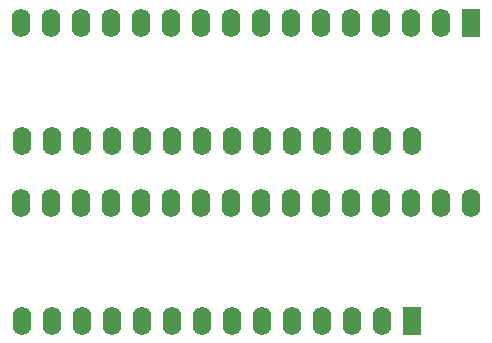
<source format=gbr>
%TF.GenerationSoftware,KiCad,Pcbnew,(5.99.0-11667-g1edb96cc5b)*%
%TF.CreationDate,2021-10-01T11:57:38+02:00*%
%TF.ProjectId,tosadapter,746f7361-6461-4707-9465-722e6b696361,rev?*%
%TF.SameCoordinates,Original*%
%TF.FileFunction,Soldermask,Bot*%
%TF.FilePolarity,Negative*%
%FSLAX46Y46*%
G04 Gerber Fmt 4.6, Leading zero omitted, Abs format (unit mm)*
G04 Created by KiCad (PCBNEW (5.99.0-11667-g1edb96cc5b)) date 2021-10-01 11:57:38*
%MOMM*%
%LPD*%
G01*
G04 APERTURE LIST*
%ADD10R,1.600000X2.400000*%
%ADD11O,1.600000X2.400000*%
G04 APERTURE END LIST*
D10*
%TO.C, *%
X155120000Y-74770000D03*
D11*
X152580000Y-74770000D03*
X150040000Y-74770000D03*
X147500000Y-74770000D03*
X144960000Y-74770000D03*
X142420000Y-74770000D03*
X139880000Y-74770000D03*
X137340000Y-74770000D03*
X134800000Y-74770000D03*
X132260000Y-74770000D03*
X129720000Y-74770000D03*
X127180000Y-74770000D03*
X124640000Y-74770000D03*
X122100000Y-74770000D03*
X119560000Y-74770000D03*
X117020000Y-74770000D03*
X117020000Y-90010000D03*
X119560000Y-90010000D03*
X122100000Y-90010000D03*
X124640000Y-90010000D03*
X127180000Y-90010000D03*
X129720000Y-90010000D03*
X132260000Y-90010000D03*
X134800000Y-90010000D03*
X137340000Y-90010000D03*
X139880000Y-90010000D03*
X142420000Y-90010000D03*
X144960000Y-90010000D03*
X147500000Y-90010000D03*
X150040000Y-90010000D03*
X152580000Y-90010000D03*
X155120000Y-90010000D03*
%TD*%
D10*
%TO.C, *%
X150120000Y-100010000D03*
D11*
X147580000Y-100010000D03*
X145040000Y-100010000D03*
X142500000Y-100010000D03*
X139960000Y-100010000D03*
X137420000Y-100010000D03*
X134880000Y-100010000D03*
X132340000Y-100010000D03*
X129800000Y-100010000D03*
X127260000Y-100010000D03*
X124720000Y-100010000D03*
X122180000Y-100010000D03*
X119640000Y-100010000D03*
X117100000Y-100010000D03*
X117100000Y-84770000D03*
X119640000Y-84770000D03*
X122180000Y-84770000D03*
X124720000Y-84770000D03*
X127260000Y-84770000D03*
X129800000Y-84770000D03*
X132340000Y-84770000D03*
X134880000Y-84770000D03*
X137420000Y-84770000D03*
X139960000Y-84770000D03*
X142500000Y-84770000D03*
X145040000Y-84770000D03*
X147580000Y-84770000D03*
X150120000Y-84770000D03*
%TD*%
M02*

</source>
